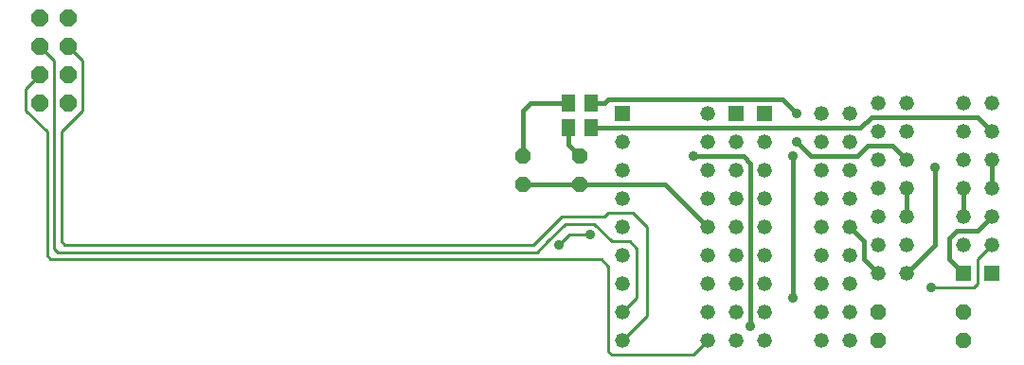
<source format=gtl>
G75*
G70*
%OFA0B0*%
%FSLAX24Y24*%
%IPPOS*%
%LPD*%
%AMOC8*
5,1,8,0,0,1.08239X$1,22.5*
%
%ADD10R,0.0520X0.0520*%
%ADD11C,0.0520*%
%ADD12OC8,0.0520*%
%ADD13R,0.0512X0.0630*%
%ADD14OC8,0.0600*%
%ADD15C,0.0160*%
%ADD16C,0.0357*%
%ADD17C,0.0100*%
D10*
X021600Y009100D03*
X025600Y009100D03*
X026600Y009100D03*
X033600Y003475D03*
X034600Y003475D03*
D11*
X034600Y004475D03*
X033600Y004475D03*
X031600Y004475D03*
X030600Y004475D03*
X029600Y004100D03*
X028600Y004100D03*
X026600Y004100D03*
X025600Y004100D03*
X024600Y004100D03*
X024600Y005100D03*
X025600Y005100D03*
X026600Y005100D03*
X028600Y005100D03*
X029600Y005100D03*
X030600Y005475D03*
X031600Y005475D03*
X033600Y005475D03*
X034600Y005475D03*
X034600Y006475D03*
X033600Y006475D03*
X031600Y006475D03*
X030600Y006475D03*
X029600Y006100D03*
X028600Y006100D03*
X026600Y006100D03*
X025600Y006100D03*
X024600Y006100D03*
X024600Y007100D03*
X025600Y007100D03*
X026600Y007100D03*
X028600Y007100D03*
X029600Y007100D03*
X030600Y007475D03*
X031600Y007475D03*
X033600Y007475D03*
X034600Y007475D03*
X034600Y008475D03*
X033600Y008475D03*
X031600Y008475D03*
X030600Y008475D03*
X029600Y008100D03*
X028600Y008100D03*
X026600Y008100D03*
X025600Y008100D03*
X024600Y008100D03*
X024600Y009100D03*
X021600Y008100D03*
X021600Y007100D03*
X021600Y006100D03*
X021600Y005100D03*
X021600Y004100D03*
X021600Y003100D03*
X021600Y002100D03*
X021600Y001100D03*
X024600Y001100D03*
X025600Y001100D03*
X026600Y001100D03*
X028600Y001100D03*
X029600Y001100D03*
X029600Y002100D03*
X028600Y002100D03*
X026600Y002100D03*
X025600Y002100D03*
X024600Y002100D03*
X024600Y003100D03*
X025600Y003100D03*
X026600Y003100D03*
X028600Y003100D03*
X029600Y003100D03*
X030600Y003475D03*
X031600Y003475D03*
X029600Y009100D03*
X028600Y009100D03*
X030600Y009475D03*
X031600Y009475D03*
X033600Y009475D03*
X034600Y009475D03*
D12*
X020100Y007600D03*
X018100Y007600D03*
X018100Y006600D03*
X020100Y006600D03*
X030600Y002100D03*
X030600Y001100D03*
X033600Y001100D03*
X033600Y002100D03*
D13*
X020494Y008600D03*
X019706Y008600D03*
X019706Y009475D03*
X020494Y009475D03*
D14*
X002100Y009475D03*
X001100Y009475D03*
X001100Y010475D03*
X002100Y010475D03*
X002100Y011475D03*
X001100Y011475D03*
X001100Y012475D03*
X002100Y012475D03*
D15*
X018100Y009225D02*
X018100Y007600D01*
X019706Y007994D02*
X020100Y007600D01*
X019706Y007994D02*
X019706Y008600D01*
X020494Y008600D02*
X029975Y008600D01*
X030350Y008975D01*
X034100Y008975D01*
X034600Y008475D01*
X034600Y007475D02*
X034600Y006475D01*
X033600Y006475D02*
X033600Y005475D01*
X034100Y004975D02*
X034600Y005475D01*
X034100Y004975D02*
X033350Y004975D01*
X033100Y004725D01*
X033100Y003975D01*
X033600Y003475D01*
X032600Y004475D02*
X032100Y003975D01*
X031600Y003475D01*
X030600Y003475D02*
X030100Y003975D01*
X030100Y004600D01*
X029600Y005100D01*
X031600Y005475D02*
X031600Y006475D01*
X032600Y007225D02*
X032600Y004475D01*
X027600Y002600D02*
X027600Y007600D01*
X027725Y008100D02*
X028225Y007600D01*
X029850Y007600D01*
X030225Y007975D01*
X031100Y007975D01*
X031600Y007475D01*
X027725Y009100D02*
X027225Y009600D01*
X021100Y009600D01*
X020975Y009475D01*
X020494Y009475D01*
X019706Y009475D02*
X018350Y009475D01*
X018100Y009225D01*
X024100Y007600D02*
X024350Y007600D01*
X025850Y007600D01*
X026100Y007350D01*
X026100Y001600D01*
X024600Y005100D02*
X023100Y006600D01*
X021100Y006600D01*
X020600Y006600D01*
X020100Y006600D01*
X018100Y006600D01*
D16*
X020475Y004850D03*
X019350Y004475D03*
X026100Y001600D03*
X027600Y002600D03*
X032475Y002975D03*
X032600Y007225D03*
X027725Y008100D03*
X027600Y007600D03*
X024100Y007600D03*
X027725Y009100D03*
D17*
X001475Y003975D02*
X001350Y004100D01*
X001350Y008475D01*
X000600Y009225D01*
X000600Y009975D01*
X001100Y010475D01*
X001600Y010975D02*
X001100Y011475D01*
X002100Y011475D02*
X002600Y010975D01*
X002600Y009225D01*
X001850Y008475D01*
X001850Y004600D01*
X001975Y004475D01*
X003350Y004475D01*
X018475Y004475D01*
X019475Y005475D01*
X020975Y005475D01*
X021100Y005600D01*
X021350Y005600D01*
X021975Y005600D01*
X022475Y005100D01*
X022475Y001975D01*
X021600Y001100D01*
X021100Y000725D02*
X021100Y003725D01*
X020850Y003975D01*
X002600Y003975D01*
X001475Y003975D01*
X001725Y004225D02*
X001600Y004350D01*
X001600Y010975D01*
X001725Y004225D02*
X003225Y004225D01*
X018600Y004225D01*
X018975Y004600D01*
X019600Y005225D01*
X020600Y005225D01*
X021225Y004600D01*
X021850Y004600D01*
X022100Y004350D01*
X022100Y002600D01*
X021600Y002100D01*
X024100Y000600D02*
X024600Y001100D01*
X024100Y000600D02*
X021225Y000600D01*
X021100Y000725D01*
X019350Y004475D02*
X019725Y004850D01*
X020475Y004850D01*
X032475Y002975D02*
X033975Y002975D01*
X034100Y003100D01*
X034100Y003975D01*
X034600Y004475D01*
M02*

</source>
